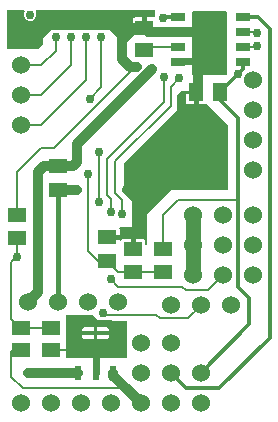
<source format=gbr>
G04 EAGLE Gerber RS-274X export*
G75*
%MOMM*%
%FSLAX34Y34*%
%LPD*%
%INBottom Copper*%
%IPPOS*%
%AMOC8*
5,1,8,0,0,1.08239X$1,22.5*%
G01*
%ADD10R,1.600000X1.300000*%
%ADD11R,1.500000X1.300000*%
%ADD12R,0.558800X1.193800*%
%ADD13R,1.828800X0.457200*%
%ADD14R,1.300000X0.700000*%
%ADD15R,1.300000X1.600000*%
%ADD16C,1.524000*%
%ADD17C,0.756400*%
%ADD18C,0.203200*%
%ADD19C,0.609600*%
%ADD20C,0.304800*%
%ADD21C,0.812800*%
%ADD22C,1.270000*%
%ADD23C,0.406400*%

G36*
X112199Y146618D02*
X112199Y146618D01*
X112257Y146616D01*
X112339Y146638D01*
X112422Y146649D01*
X112476Y146673D01*
X112532Y146688D01*
X112605Y146731D01*
X112682Y146766D01*
X112726Y146803D01*
X112777Y146833D01*
X112834Y146895D01*
X112899Y146949D01*
X112931Y146998D01*
X112971Y147041D01*
X113010Y147116D01*
X113056Y147186D01*
X113074Y147242D01*
X113101Y147294D01*
X113112Y147362D01*
X113142Y147457D01*
X113145Y147557D01*
X113156Y147625D01*
X113156Y151891D01*
X118959Y151891D01*
X119606Y151718D01*
X120185Y151383D01*
X120658Y150910D01*
X120993Y150331D01*
X121166Y149684D01*
X121166Y147625D01*
X121174Y147567D01*
X121172Y147508D01*
X121194Y147427D01*
X121206Y147343D01*
X121229Y147290D01*
X121244Y147233D01*
X121287Y147161D01*
X121322Y147084D01*
X121360Y147039D01*
X121389Y146989D01*
X121451Y146931D01*
X121505Y146867D01*
X121554Y146835D01*
X121597Y146794D01*
X121672Y146756D01*
X121742Y146709D01*
X121798Y146692D01*
X121850Y146665D01*
X121918Y146654D01*
X122013Y146624D01*
X122113Y146621D01*
X122181Y146610D01*
X122230Y146610D01*
X122280Y146617D01*
X122297Y146616D01*
X122302Y146617D01*
X122346Y146616D01*
X122428Y146638D01*
X122511Y146649D01*
X122565Y146673D01*
X122621Y146688D01*
X122694Y146731D01*
X122771Y146766D01*
X122815Y146803D01*
X122866Y146833D01*
X122923Y146895D01*
X122988Y146949D01*
X123020Y146998D01*
X123060Y147041D01*
X123099Y147116D01*
X123145Y147186D01*
X123163Y147242D01*
X123190Y147294D01*
X123201Y147362D01*
X123231Y147457D01*
X123234Y147557D01*
X123245Y147625D01*
X123245Y172609D01*
X143296Y192660D01*
X190500Y192660D01*
X190558Y192668D01*
X190616Y192666D01*
X190698Y192688D01*
X190782Y192700D01*
X190835Y192724D01*
X190891Y192738D01*
X190964Y192781D01*
X191041Y192816D01*
X191086Y192854D01*
X191136Y192884D01*
X191194Y192945D01*
X191258Y193000D01*
X191290Y193048D01*
X191330Y193091D01*
X191369Y193166D01*
X191416Y193236D01*
X191433Y193292D01*
X191460Y193344D01*
X191471Y193412D01*
X191501Y193507D01*
X191504Y193607D01*
X191515Y193675D01*
X191515Y247701D01*
X191503Y247787D01*
X191500Y247875D01*
X191483Y247927D01*
X191475Y247982D01*
X191440Y248062D01*
X191413Y248145D01*
X191385Y248185D01*
X191359Y248242D01*
X191263Y248355D01*
X191218Y248419D01*
X173922Y265715D01*
X173899Y265765D01*
X173874Y265795D01*
X173855Y265830D01*
X173782Y265903D01*
X173716Y265982D01*
X173683Y266004D01*
X173656Y266032D01*
X173565Y266083D01*
X173479Y266140D01*
X173442Y266152D01*
X173408Y266171D01*
X173307Y266195D01*
X173208Y266226D01*
X173169Y266227D01*
X173131Y266236D01*
X173027Y266230D01*
X172924Y266233D01*
X172886Y266223D01*
X172847Y266221D01*
X172774Y266194D01*
X172649Y266161D01*
X172585Y266123D01*
X172532Y266104D01*
X172106Y265857D01*
X171459Y265684D01*
X166656Y265684D01*
X166656Y275209D01*
X166648Y275267D01*
X166649Y275325D01*
X166628Y275407D01*
X166616Y275490D01*
X166592Y275544D01*
X166578Y275600D01*
X166535Y275673D01*
X166500Y275750D01*
X166462Y275794D01*
X166432Y275845D01*
X166371Y275902D01*
X166316Y275967D01*
X166268Y275999D01*
X166225Y276039D01*
X166150Y276078D01*
X166080Y276124D01*
X166024Y276142D01*
X165972Y276169D01*
X165904Y276180D01*
X165809Y276210D01*
X165709Y276213D01*
X165641Y276224D01*
X164624Y276224D01*
X164624Y276225D01*
X164616Y276283D01*
X164617Y276341D01*
X164596Y276423D01*
X164584Y276507D01*
X164560Y276560D01*
X164546Y276616D01*
X164503Y276689D01*
X164468Y276766D01*
X164430Y276811D01*
X164400Y276861D01*
X164339Y276919D01*
X164284Y276983D01*
X164236Y277015D01*
X164193Y277055D01*
X164118Y277094D01*
X164048Y277141D01*
X163992Y277158D01*
X163940Y277185D01*
X163872Y277196D01*
X163777Y277226D01*
X163677Y277229D01*
X163609Y277240D01*
X152400Y277240D01*
X152313Y277228D01*
X152226Y277225D01*
X152173Y277208D01*
X152119Y277200D01*
X152039Y277165D01*
X151955Y277138D01*
X151916Y277110D01*
X151859Y277084D01*
X151746Y276988D01*
X151682Y276943D01*
X148507Y273768D01*
X148455Y273698D01*
X148395Y273634D01*
X148369Y273585D01*
X148336Y273541D01*
X148305Y273459D01*
X148265Y273381D01*
X148257Y273334D01*
X148235Y273275D01*
X148223Y273127D01*
X148210Y273050D01*
X148210Y260791D01*
X104057Y216638D01*
X104005Y216568D01*
X103945Y216505D01*
X103919Y216455D01*
X103886Y216411D01*
X103855Y216329D01*
X103815Y216251D01*
X103807Y216204D01*
X103785Y216145D01*
X103773Y215998D01*
X103760Y215920D01*
X103760Y190500D01*
X103772Y190413D01*
X103775Y190326D01*
X103792Y190273D01*
X103800Y190219D01*
X103835Y190139D01*
X103862Y190055D01*
X103890Y190016D01*
X103916Y189959D01*
X104012Y189846D01*
X104057Y189782D01*
X110113Y183726D01*
X110288Y163769D01*
X110288Y161609D01*
X100458Y161609D01*
X100410Y161602D01*
X100361Y161605D01*
X100270Y161583D01*
X100177Y161569D01*
X100132Y161550D01*
X100085Y161538D01*
X100003Y161492D01*
X99917Y161453D01*
X99880Y161422D01*
X99838Y161398D01*
X99772Y161330D01*
X99700Y161270D01*
X99673Y161229D01*
X99639Y161194D01*
X99595Y161111D01*
X99543Y161033D01*
X99528Y160986D01*
X99505Y160943D01*
X99485Y160852D01*
X99457Y160762D01*
X99456Y160713D01*
X99446Y160665D01*
X99453Y160591D01*
X99450Y160478D01*
X99472Y160394D01*
X99478Y160331D01*
X99583Y159938D01*
X99583Y155135D01*
X90058Y155135D01*
X90000Y155127D01*
X89942Y155128D01*
X89860Y155107D01*
X89777Y155095D01*
X89723Y155071D01*
X89667Y155056D01*
X89595Y155013D01*
X89517Y154979D01*
X89473Y154941D01*
X89423Y154911D01*
X89365Y154849D01*
X89300Y154795D01*
X89268Y154746D01*
X89228Y154704D01*
X89190Y154629D01*
X89143Y154558D01*
X89125Y154503D01*
X89099Y154451D01*
X89087Y154383D01*
X89057Y154287D01*
X89055Y154188D01*
X89043Y154120D01*
X89043Y152088D01*
X89051Y152030D01*
X89050Y151971D01*
X89071Y151890D01*
X89083Y151806D01*
X89107Y151753D01*
X89122Y151696D01*
X89165Y151624D01*
X89199Y151547D01*
X89237Y151502D01*
X89267Y151452D01*
X89328Y151394D01*
X89383Y151330D01*
X89431Y151297D01*
X89474Y151257D01*
X89549Y151219D01*
X89619Y151172D01*
X89675Y151154D01*
X89727Y151128D01*
X89795Y151116D01*
X89891Y151086D01*
X89990Y151084D01*
X90058Y151072D01*
X99603Y151072D01*
X99606Y151060D01*
X99623Y150938D01*
X99631Y150920D01*
X99634Y150901D01*
X99689Y150791D01*
X99739Y150678D01*
X99752Y150663D01*
X99760Y150646D01*
X99843Y150555D01*
X99923Y150461D01*
X99939Y150451D01*
X99952Y150436D01*
X100057Y150372D01*
X100159Y150304D01*
X100178Y150298D01*
X100195Y150288D01*
X100313Y150255D01*
X100430Y150218D01*
X100450Y150218D01*
X100469Y150212D01*
X100592Y150214D01*
X100715Y150211D01*
X100733Y150216D01*
X100753Y150216D01*
X100871Y150252D01*
X100990Y150283D01*
X101006Y150293D01*
X101025Y150298D01*
X101129Y150365D01*
X101234Y150428D01*
X101247Y150442D01*
X101264Y150453D01*
X101311Y150510D01*
X101429Y150635D01*
X101452Y150681D01*
X101477Y150712D01*
X101592Y150910D01*
X102065Y151383D01*
X102644Y151718D01*
X103291Y151891D01*
X109094Y151891D01*
X109094Y147625D01*
X109102Y147567D01*
X109100Y147508D01*
X109122Y147427D01*
X109134Y147343D01*
X109158Y147290D01*
X109172Y147233D01*
X109215Y147161D01*
X109250Y147084D01*
X109288Y147039D01*
X109318Y146989D01*
X109379Y146931D01*
X109434Y146867D01*
X109482Y146835D01*
X109525Y146794D01*
X109600Y146756D01*
X109670Y146709D01*
X109726Y146692D01*
X109778Y146665D01*
X109846Y146654D01*
X109941Y146624D01*
X110041Y146621D01*
X110109Y146610D01*
X112141Y146610D01*
X112199Y146618D01*
G37*
G36*
X30297Y312235D02*
X30297Y312235D01*
X30385Y312238D01*
X30437Y312255D01*
X30492Y312262D01*
X30572Y312298D01*
X30655Y312325D01*
X30695Y312353D01*
X30752Y312379D01*
X30865Y312475D01*
X30929Y312520D01*
X34109Y315700D01*
X34161Y315770D01*
X34221Y315834D01*
X34246Y315883D01*
X34280Y315927D01*
X34311Y316009D01*
X34351Y316087D01*
X34359Y316134D01*
X34381Y316193D01*
X34393Y316341D01*
X34406Y316418D01*
X34406Y320768D01*
X41762Y328123D01*
X91802Y328123D01*
X97865Y322060D01*
X97934Y322008D01*
X97998Y321948D01*
X98048Y321923D01*
X98092Y321889D01*
X98173Y321858D01*
X98251Y321818D01*
X98299Y321810D01*
X98357Y321788D01*
X98505Y321776D01*
X98582Y321763D01*
X109709Y321763D01*
X109757Y321770D01*
X109806Y321768D01*
X109897Y321790D01*
X109990Y321803D01*
X110035Y321823D01*
X110082Y321834D01*
X110164Y321881D01*
X110250Y321919D01*
X110287Y321951D01*
X110330Y321975D01*
X110395Y322042D01*
X110467Y322103D01*
X110494Y322143D01*
X110528Y322178D01*
X110572Y322261D01*
X110624Y322339D01*
X110639Y322386D01*
X110662Y322429D01*
X110682Y322521D01*
X110710Y322610D01*
X110711Y322659D01*
X110722Y322707D01*
X110715Y322781D01*
X110717Y322894D01*
X110696Y322978D01*
X110690Y323041D01*
X110609Y323340D01*
X110609Y328144D01*
X119634Y328144D01*
X119692Y328152D01*
X119750Y328150D01*
X119832Y328172D01*
X119915Y328184D01*
X119969Y328208D01*
X120025Y328222D01*
X120098Y328265D01*
X120175Y328300D01*
X120219Y328338D01*
X120270Y328368D01*
X120327Y328429D01*
X120392Y328484D01*
X120424Y328532D01*
X120464Y328575D01*
X120503Y328650D01*
X120549Y328720D01*
X120567Y328776D01*
X120594Y328828D01*
X120605Y328896D01*
X120635Y328991D01*
X120638Y329091D01*
X120649Y329159D01*
X120649Y330176D01*
X121666Y330176D01*
X121724Y330184D01*
X121782Y330183D01*
X121864Y330204D01*
X121947Y330216D01*
X122001Y330240D01*
X122057Y330254D01*
X122130Y330297D01*
X122207Y330332D01*
X122251Y330370D01*
X122302Y330400D01*
X122359Y330461D01*
X122424Y330516D01*
X122456Y330564D01*
X122496Y330607D01*
X122535Y330682D01*
X122581Y330752D01*
X122599Y330808D01*
X122626Y330860D01*
X122637Y330928D01*
X122667Y331023D01*
X122670Y331123D01*
X122681Y331191D01*
X122681Y339216D01*
X128484Y339216D01*
X128530Y339203D01*
X128579Y339198D01*
X128625Y339183D01*
X128719Y339180D01*
X128813Y339169D01*
X128861Y339177D01*
X128910Y339175D01*
X129001Y339199D01*
X129093Y339214D01*
X129137Y339235D01*
X129185Y339247D01*
X129265Y339295D01*
X129350Y339335D01*
X129387Y339368D01*
X129429Y339393D01*
X129493Y339461D01*
X129564Y339523D01*
X129590Y339564D01*
X129624Y339600D01*
X129666Y339684D01*
X129717Y339763D01*
X129731Y339809D01*
X129753Y339853D01*
X129765Y339926D01*
X129798Y340035D01*
X129798Y340122D01*
X129809Y340184D01*
X129809Y344134D01*
X129800Y344192D01*
X129802Y344250D01*
X129781Y344332D01*
X129769Y344416D01*
X129745Y344469D01*
X129730Y344525D01*
X129687Y344598D01*
X129652Y344675D01*
X129615Y344720D01*
X129585Y344770D01*
X129523Y344828D01*
X129469Y344892D01*
X129420Y344924D01*
X129377Y344964D01*
X129302Y345003D01*
X129232Y345050D01*
X129176Y345067D01*
X129124Y345094D01*
X129056Y345105D01*
X128961Y345135D01*
X128861Y345138D01*
X128793Y345149D01*
X29548Y345149D01*
X29434Y345133D01*
X29320Y345123D01*
X29294Y345113D01*
X29266Y345109D01*
X29161Y345062D01*
X29054Y345021D01*
X29032Y345005D01*
X29007Y344993D01*
X28919Y344919D01*
X28828Y344850D01*
X28811Y344827D01*
X28790Y344810D01*
X28726Y344714D01*
X28657Y344622D01*
X28648Y344596D01*
X28632Y344573D01*
X28598Y344463D01*
X28557Y344356D01*
X28555Y344328D01*
X28546Y344302D01*
X28544Y344187D01*
X28534Y344073D01*
X28540Y344048D01*
X28539Y344018D01*
X28606Y343761D01*
X28610Y343745D01*
X29157Y342424D01*
X29157Y340312D01*
X28349Y338362D01*
X26857Y336869D01*
X24906Y336061D01*
X22795Y336061D01*
X20845Y336869D01*
X19352Y338362D01*
X18544Y340312D01*
X18544Y342424D01*
X19091Y343745D01*
X19120Y343857D01*
X19155Y343966D01*
X19155Y343994D01*
X19162Y344021D01*
X19159Y344135D01*
X19162Y344250D01*
X19155Y344277D01*
X19154Y344305D01*
X19119Y344414D01*
X19090Y344525D01*
X19076Y344549D01*
X19068Y344576D01*
X19004Y344671D01*
X18945Y344770D01*
X18925Y344789D01*
X18909Y344812D01*
X18822Y344886D01*
X18738Y344964D01*
X18713Y344977D01*
X18692Y344995D01*
X18587Y345041D01*
X18485Y345094D01*
X18460Y345098D01*
X18432Y345110D01*
X18168Y345147D01*
X18153Y345149D01*
X5016Y345149D01*
X4958Y345141D01*
X4900Y345143D01*
X4818Y345121D01*
X4734Y345109D01*
X4681Y345086D01*
X4625Y345071D01*
X4552Y345028D01*
X4475Y344993D01*
X4430Y344955D01*
X4380Y344926D01*
X4322Y344864D01*
X4258Y344810D01*
X4226Y344761D01*
X4186Y344718D01*
X4147Y344643D01*
X4100Y344573D01*
X4083Y344517D01*
X4056Y344465D01*
X4045Y344397D01*
X4015Y344302D01*
X4012Y344202D01*
X4001Y344134D01*
X4001Y313238D01*
X4009Y313180D01*
X4007Y313122D01*
X4029Y313040D01*
X4041Y312956D01*
X4064Y312903D01*
X4079Y312846D01*
X4122Y312774D01*
X4157Y312697D01*
X4195Y312652D01*
X4224Y312602D01*
X4286Y312544D01*
X4340Y312480D01*
X4389Y312448D01*
X4432Y312408D01*
X4507Y312369D01*
X4577Y312322D01*
X4633Y312305D01*
X4685Y312278D01*
X4753Y312267D01*
X4848Y312237D01*
X4948Y312234D01*
X5016Y312223D01*
X30211Y312223D01*
X30297Y312235D01*
G37*
G36*
X104760Y50865D02*
X104760Y50865D01*
X104787Y50863D01*
X104933Y50885D01*
X105081Y50902D01*
X105105Y50910D01*
X105131Y50914D01*
X105269Y50969D01*
X105409Y51019D01*
X105431Y51033D01*
X105455Y51043D01*
X105577Y51128D01*
X105701Y51208D01*
X105720Y51227D01*
X105741Y51242D01*
X105840Y51352D01*
X105944Y51459D01*
X105957Y51481D01*
X105975Y51501D01*
X106046Y51631D01*
X106123Y51758D01*
X106130Y51783D01*
X106143Y51806D01*
X106184Y51949D01*
X106229Y52090D01*
X106231Y52116D01*
X106238Y52141D01*
X106258Y52385D01*
X106258Y80938D01*
X106255Y80958D01*
X106257Y80979D01*
X106235Y81131D01*
X106218Y81284D01*
X106211Y81304D01*
X106208Y81324D01*
X106152Y81467D01*
X106100Y81612D01*
X106089Y81630D01*
X106081Y81649D01*
X105995Y81776D01*
X105911Y81905D01*
X105896Y81919D01*
X105884Y81937D01*
X105771Y82041D01*
X105661Y82147D01*
X105643Y82158D01*
X105627Y82172D01*
X105493Y82247D01*
X105361Y82326D01*
X105342Y82332D01*
X105323Y82342D01*
X105176Y82385D01*
X105030Y82432D01*
X105009Y82434D01*
X104989Y82440D01*
X104745Y82461D01*
X81716Y82622D01*
X77490Y86848D01*
X77391Y86926D01*
X77298Y87011D01*
X77255Y87034D01*
X77217Y87064D01*
X77103Y87118D01*
X76993Y87180D01*
X76946Y87193D01*
X76902Y87213D01*
X76779Y87240D01*
X76657Y87274D01*
X76596Y87279D01*
X76562Y87287D01*
X76514Y87286D01*
X76413Y87294D01*
X55560Y87294D01*
X55534Y87291D01*
X55508Y87293D01*
X55361Y87271D01*
X55214Y87254D01*
X55189Y87245D01*
X55163Y87241D01*
X55025Y87187D01*
X54886Y87137D01*
X54864Y87122D01*
X54839Y87113D01*
X54718Y87028D01*
X54593Y86948D01*
X54575Y86929D01*
X54553Y86914D01*
X54454Y86804D01*
X54351Y86697D01*
X54337Y86674D01*
X54320Y86655D01*
X54248Y86525D01*
X54172Y86398D01*
X54164Y86373D01*
X54151Y86350D01*
X54111Y86207D01*
X54066Y86066D01*
X54064Y86040D01*
X54056Y86015D01*
X54037Y85771D01*
X54037Y52385D01*
X54040Y52359D01*
X54038Y52333D01*
X54060Y52186D01*
X54077Y52039D01*
X54085Y52014D01*
X54089Y51988D01*
X54144Y51850D01*
X54194Y51711D01*
X54208Y51689D01*
X54218Y51664D01*
X54303Y51543D01*
X54383Y51418D01*
X54402Y51400D01*
X54417Y51378D01*
X54527Y51279D01*
X54634Y51176D01*
X54656Y51162D01*
X54676Y51145D01*
X54806Y51073D01*
X54933Y50997D01*
X54958Y50989D01*
X54981Y50976D01*
X55124Y50936D01*
X55265Y50891D01*
X55291Y50889D01*
X55316Y50881D01*
X55560Y50862D01*
X104734Y50862D01*
X104760Y50865D01*
G37*
G36*
X189273Y289970D02*
X189273Y289970D01*
X189331Y289969D01*
X189413Y289990D01*
X189496Y290002D01*
X189550Y290026D01*
X189606Y290041D01*
X189679Y290084D01*
X189756Y290118D01*
X189800Y290156D01*
X189851Y290186D01*
X189908Y290247D01*
X189973Y290302D01*
X190005Y290350D01*
X190045Y290393D01*
X190084Y290468D01*
X190130Y290538D01*
X190148Y290594D01*
X190175Y290646D01*
X190186Y290714D01*
X190216Y290809D01*
X190219Y290909D01*
X190230Y290977D01*
X190230Y343449D01*
X190222Y343507D01*
X190223Y343565D01*
X190202Y343647D01*
X190190Y343730D01*
X190166Y343784D01*
X190152Y343840D01*
X190108Y343912D01*
X190074Y343990D01*
X190036Y344034D01*
X190006Y344084D01*
X189945Y344142D01*
X189890Y344207D01*
X189842Y344239D01*
X189799Y344279D01*
X189724Y344317D01*
X189654Y344364D01*
X189598Y344382D01*
X189546Y344408D01*
X189478Y344420D01*
X189383Y344450D01*
X189283Y344452D01*
X189215Y344464D01*
X162184Y344464D01*
X162126Y344456D01*
X162068Y344457D01*
X161986Y344436D01*
X161903Y344424D01*
X161849Y344400D01*
X161793Y344385D01*
X161720Y344342D01*
X161643Y344308D01*
X161599Y344270D01*
X161548Y344240D01*
X161491Y344179D01*
X161426Y344124D01*
X161394Y344076D01*
X161354Y344033D01*
X161315Y343958D01*
X161269Y343888D01*
X161251Y343832D01*
X161224Y343780D01*
X161213Y343712D01*
X161183Y343616D01*
X161180Y343517D01*
X161169Y343449D01*
X161169Y290977D01*
X161177Y290919D01*
X161176Y290861D01*
X161197Y290779D01*
X161209Y290696D01*
X161233Y290642D01*
X161247Y290586D01*
X161290Y290513D01*
X161325Y290436D01*
X161363Y290392D01*
X161393Y290342D01*
X161454Y290284D01*
X161509Y290219D01*
X161557Y290187D01*
X161600Y290147D01*
X161675Y290109D01*
X161745Y290062D01*
X161801Y290044D01*
X161853Y290018D01*
X161921Y290006D01*
X162016Y289976D01*
X162116Y289973D01*
X162184Y289962D01*
X189215Y289962D01*
X189273Y289970D01*
G37*
%LPC*%
G36*
X157791Y265684D02*
X157791Y265684D01*
X157144Y265857D01*
X156565Y266192D01*
X156092Y266665D01*
X155757Y267244D01*
X155584Y267891D01*
X155584Y274194D01*
X162594Y274194D01*
X162594Y265684D01*
X157791Y265684D01*
G37*
%LPD*%
%LPC*%
G36*
X110609Y332206D02*
X110609Y332206D01*
X110609Y337009D01*
X110782Y337656D01*
X111117Y338235D01*
X111590Y338708D01*
X112169Y339043D01*
X112816Y339216D01*
X118619Y339216D01*
X118619Y332206D01*
X110609Y332206D01*
G37*
%LPD*%
%LPC*%
G36*
X80898Y73405D02*
X80898Y73405D01*
X80898Y76709D01*
X88854Y76709D01*
X89500Y76536D01*
X90079Y76201D01*
X90552Y75728D01*
X90887Y75149D01*
X91060Y74503D01*
X91060Y73405D01*
X80898Y73405D01*
G37*
%LPD*%
%LPC*%
G36*
X67690Y73405D02*
X67690Y73405D01*
X67690Y74503D01*
X67863Y75149D01*
X68198Y75728D01*
X68671Y76201D01*
X69250Y76536D01*
X69896Y76709D01*
X77852Y76709D01*
X77852Y73405D01*
X67690Y73405D01*
G37*
%LPD*%
%LPC*%
G36*
X80898Y67055D02*
X80898Y67055D01*
X80898Y70359D01*
X91060Y70359D01*
X91060Y69261D01*
X90887Y68615D01*
X90552Y68036D01*
X90079Y67563D01*
X89500Y67228D01*
X88854Y67055D01*
X80898Y67055D01*
G37*
%LPD*%
%LPC*%
G36*
X69896Y67055D02*
X69896Y67055D01*
X69250Y67228D01*
X68671Y67563D01*
X68198Y68036D01*
X67863Y68615D01*
X67690Y69261D01*
X67690Y70359D01*
X77852Y70359D01*
X77852Y67055D01*
X69896Y67055D01*
G37*
%LPD*%
D10*
X47625Y213200D03*
X47625Y193200D03*
D11*
X41275Y76200D03*
X41275Y57200D03*
X15875Y76200D03*
X15875Y57200D03*
D12*
X94361Y38481D03*
X79375Y38481D03*
X64389Y38481D03*
D13*
X79375Y71882D03*
D14*
X203720Y314325D03*
X203720Y301625D03*
X203720Y327025D03*
X203720Y339725D03*
X148720Y314325D03*
X148720Y301625D03*
X148720Y327025D03*
X148720Y339725D03*
D11*
X120650Y330175D03*
X120650Y311175D03*
D15*
X164625Y276225D03*
X184625Y276225D03*
D16*
X15875Y298450D03*
X15875Y273050D03*
X15875Y247650D03*
X22225Y98425D03*
X47625Y98425D03*
X73025Y98425D03*
X98425Y98425D03*
X161925Y120650D03*
X187325Y120650D03*
X212725Y120650D03*
X142875Y95250D03*
X168275Y95250D03*
X193675Y95250D03*
X161925Y146050D03*
X187325Y146050D03*
X212725Y146050D03*
X117475Y12700D03*
X117475Y38100D03*
X142875Y12700D03*
X142875Y38100D03*
X168275Y12700D03*
X168275Y38100D03*
D11*
X136525Y142850D03*
X136525Y123850D03*
X111125Y142850D03*
X111125Y123850D03*
D16*
X15875Y12700D03*
X41275Y12700D03*
X66675Y12700D03*
X92075Y12700D03*
X212725Y209550D03*
X212725Y234950D03*
X212725Y260350D03*
X212725Y285750D03*
X161925Y171450D03*
X187325Y171450D03*
X212725Y171450D03*
D10*
X12720Y152184D03*
X12720Y172184D03*
X89042Y133104D03*
X89042Y153104D03*
D16*
X117683Y63602D03*
X143083Y63602D03*
D17*
X82550Y225425D03*
D18*
X82550Y182570D01*
D17*
X82550Y182570D03*
X23851Y341368D03*
X84272Y322778D03*
D18*
X84272Y279847D01*
X74732Y270307D01*
D17*
X74732Y270307D03*
D18*
X33304Y247650D02*
X15875Y247650D01*
X33304Y247650D02*
X71552Y285897D01*
X71552Y322778D01*
D17*
X71552Y322778D03*
D18*
X33434Y273050D02*
X15875Y273050D01*
X33434Y273050D02*
X58831Y298447D01*
X58831Y322778D01*
X58875Y322778D01*
D17*
X58875Y322778D03*
D18*
X33455Y298450D02*
X15875Y298450D01*
X33455Y298450D02*
X46111Y311106D01*
X46111Y322778D01*
X46175Y322778D01*
D17*
X46175Y322778D03*
D19*
X76581Y57531D02*
X79375Y57531D01*
X76581Y57531D02*
X76200Y57150D01*
X79375Y57531D02*
X79375Y38481D01*
D18*
X79375Y60325D02*
X79375Y71882D01*
X79375Y60325D02*
X76200Y57150D01*
X76158Y57108D02*
X41275Y57200D01*
X76158Y57108D02*
X76200Y57150D01*
D17*
X76200Y57150D03*
D20*
X142875Y38100D02*
X155575Y25400D01*
X184150Y25400D01*
X226824Y68074D01*
X226824Y329690D01*
X216789Y339725D02*
X203720Y339725D01*
X216789Y339725D02*
X226824Y329690D01*
D17*
X92075Y117475D03*
D18*
X98425Y111125D01*
X152400Y111125D02*
X155575Y107950D01*
X174625Y107950D01*
X187325Y120650D01*
X152400Y111125D02*
X98425Y111125D01*
D21*
X64389Y38481D02*
X22606Y38481D01*
X22225Y38100D01*
D17*
X22225Y38100D03*
D22*
X161925Y120650D02*
X161925Y146050D01*
X161925Y171450D01*
D21*
X30165Y106365D02*
X22225Y98425D01*
X30165Y106365D02*
X30165Y207965D01*
X35400Y213200D01*
X47625Y213200D01*
D17*
X63500Y216916D03*
D21*
X63500Y231775D01*
X127000Y295275D01*
D17*
X127000Y295275D03*
D21*
X59784Y213200D02*
X47625Y213200D01*
X59784Y213200D02*
X63500Y216916D01*
X104775Y25400D02*
X117475Y12700D01*
X104775Y25400D02*
X94361Y35814D01*
X94361Y38481D01*
D18*
X15875Y57200D02*
X9525Y57200D01*
X8001Y55676D01*
X8001Y34925D01*
X17526Y25400D01*
X104775Y25400D01*
X111125Y152644D02*
X111125Y187325D01*
X111125Y152644D02*
X111125Y142850D01*
X111125Y187325D02*
X105664Y192786D01*
D17*
X105664Y192786D03*
D23*
X47625Y193200D02*
X47625Y98425D01*
D17*
X63500Y192786D03*
D21*
X48039Y192786D01*
D23*
X47625Y193200D01*
D21*
X105664Y192786D02*
X122428Y209550D01*
X164625Y209550D01*
D18*
X164625Y231775D02*
X164625Y276225D01*
X164625Y231775D02*
X164625Y209550D01*
D21*
X148720Y327025D02*
X123800Y327025D01*
D18*
X120650Y330175D01*
D21*
X166215Y327025D02*
X166215Y296860D01*
X166215Y277815D01*
X164625Y276225D01*
X166215Y327025D02*
X148720Y327025D01*
D18*
X160868Y302207D02*
X166215Y296860D01*
D19*
X160868Y302207D02*
X149302Y302207D01*
D18*
X148720Y301625D01*
D17*
X171450Y231775D03*
D21*
X164625Y231775D01*
D17*
X114483Y297337D03*
D21*
X101763Y303698D02*
X101763Y319598D01*
X108123Y297337D02*
X114483Y297337D01*
X108123Y297337D02*
X101763Y303698D01*
D17*
X101707Y314828D03*
D21*
X101707Y319542D01*
X101763Y319598D01*
D18*
X110665Y153104D02*
X89042Y153104D01*
X110665Y153104D02*
X111125Y152644D01*
X12720Y172184D02*
X12720Y208295D01*
X33391Y228966D02*
X44521Y228966D01*
X108123Y292567D01*
X108123Y297337D01*
X33391Y228966D02*
X12720Y208295D01*
D21*
X112340Y330175D02*
X120650Y330175D01*
X112340Y330175D02*
X101763Y319598D01*
D17*
X85862Y89042D03*
D18*
X130383Y87452D02*
X133563Y84272D01*
X130383Y87452D02*
X87452Y87452D01*
X85862Y89042D01*
X133563Y84272D02*
X157414Y84272D01*
X168275Y95133D01*
X168275Y95250D01*
D17*
X12700Y136525D03*
D18*
X8001Y131826D01*
X8001Y84074D02*
X15875Y76200D01*
X8001Y84074D02*
X8001Y131826D01*
X15875Y76200D02*
X41275Y76200D01*
X12700Y136525D02*
X12700Y152184D01*
X12720Y152184D01*
X148720Y314325D02*
X148695Y314350D01*
X123825Y314350D01*
X120650Y311175D01*
D20*
X209550Y79375D02*
X168275Y38100D01*
X209550Y79375D02*
X209550Y101600D01*
X200025Y111125D01*
X200025Y254051D02*
X184150Y269926D01*
X184150Y275750D02*
X184625Y276225D01*
X184150Y275750D02*
X184150Y269926D01*
X200025Y184150D02*
X200025Y111125D01*
X200025Y184150D02*
X200025Y254051D01*
D18*
X149250Y184150D02*
X136525Y171425D01*
X136525Y142850D01*
X149250Y184150D02*
X200025Y184150D01*
D20*
X184625Y276225D02*
X199861Y291461D01*
X203720Y295320D01*
X203720Y301625D01*
X148720Y339725D02*
X137790Y339725D01*
X136743Y338679D01*
D17*
X136743Y338679D03*
X199861Y291461D03*
X92075Y174635D03*
X137127Y288925D03*
D18*
X88900Y219075D02*
X88900Y188920D01*
X92075Y185745D01*
X92075Y174635D01*
X137127Y267302D02*
X137127Y288925D01*
X137127Y267302D02*
X88900Y219075D01*
D17*
X101600Y173040D03*
D18*
X101600Y184739D01*
X96167Y190172D01*
D17*
X149926Y288161D03*
D18*
X142875Y280383D01*
X142875Y264528D01*
X96167Y217820D01*
X96167Y190172D01*
D17*
X73025Y206375D03*
D18*
X73025Y141270D01*
X111125Y123850D02*
X136525Y123850D01*
X81191Y133104D02*
X73025Y141270D01*
X81191Y133104D02*
X89042Y133104D01*
X98296Y123850D01*
X111125Y123850D01*
X203720Y314325D02*
X215743Y314325D01*
X216245Y314828D01*
D17*
X216245Y314828D03*
D18*
X215179Y327025D02*
X203720Y327025D01*
X215179Y327025D02*
X216245Y325958D01*
D17*
X216245Y325958D03*
M02*

</source>
